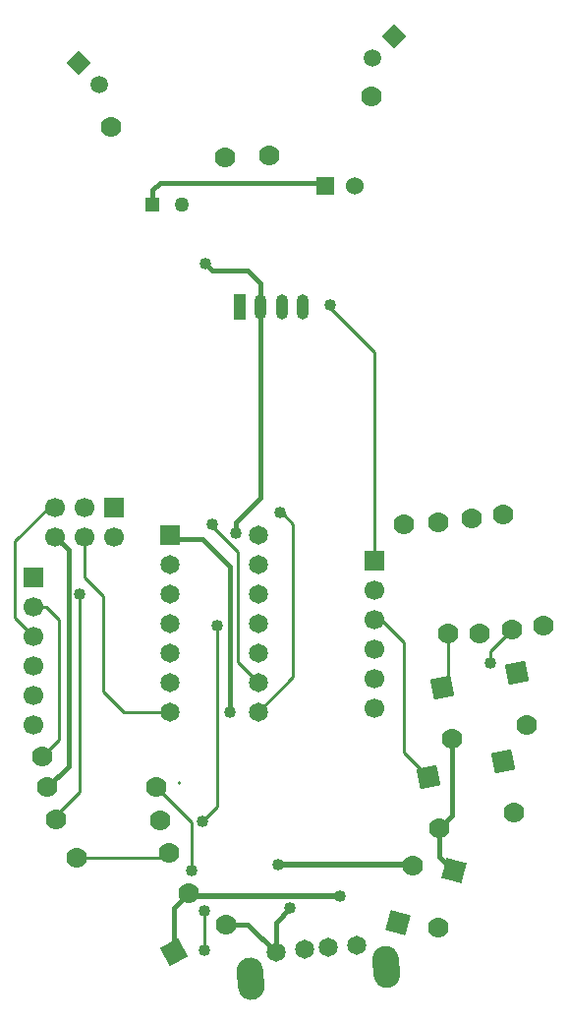
<source format=gbr>
G04 DipTrace 3.3.1.3*
G04 Top.gbr*
%MOIN*%
G04 #@! TF.FileFunction,Copper,L1,Top*
G04 #@! TF.Part,Single*
%AMOUTLINE0*
4,1,4,
0.042866,0.024749,
0.024749,-0.042866,
-0.042866,-0.024749,
-0.024749,0.042866,
0.042866,0.024749,
0*%
%AMOUTLINE3*
4,1,4,
-0.047475,0.014004,
0.014004,0.047475,
0.047475,-0.014004,
-0.014004,-0.047475,
-0.047475,0.014004,
0*%
%AMOUTLINE6*
4,1,4,
-0.042945,-0.02461,
-0.02461,0.042945,
0.042945,0.02461,
0.02461,-0.042945,
-0.042945,-0.02461,
0*%
%AMOUTLINE9*
4,1,4,
0.0,-0.041759,
-0.041759,0.0,
0.0,0.041759,
0.041759,0.0,
0.0,-0.041759,
0*%
%AMOUTLINE12*
4,1,4,
-0.041759,0.0,
0.0,0.041759,
0.041759,0.0,
0.0,-0.041759,
-0.041759,0.0,
0*%
%AMOUTLINE15*
4,1,4,
-0.027776,-0.04097,
-0.04097,0.027776,
0.027776,0.04097,
0.04097,-0.027776,
-0.027776,-0.04097,
0*%
%AMOUTLINE18*
4,1,4,
-0.026971,-0.041504,
-0.041504,0.026971,
0.026971,0.041504,
0.041504,-0.026971,
-0.026971,-0.041504,
0*%
%AMOUTLINE21*
4,1,16,
-0.042584,-0.03111,
-0.036537,-0.050202,
-0.022804,-0.064778,
-0.004106,-0.071954,
0.015853,-0.070306,
0.033119,-0.060161,
0.044276,-0.043529,
0.04711,-0.023703,
0.042584,0.03111,
0.036537,0.050202,
0.022804,0.064778,
0.004106,0.071954,
-0.015853,0.070306,
-0.033119,0.060161,
-0.044276,0.043529,
-0.04711,0.023703,
-0.042584,-0.03111,
0*%
%AMOUTLINE24*
4,1,16,
-0.042626,-0.030612,
-0.036577,-0.049703,
-0.022845,-0.064281,
-0.004147,-0.071455,
0.015811,-0.069807,
0.033079,-0.059663,
0.044235,-0.04303,
0.04707,-0.023206,
0.042626,0.030612,
0.036577,0.049703,
0.022845,0.064281,
0.004147,0.071455,
-0.015811,0.069807,
-0.033079,0.059663,
-0.044235,0.04303,
-0.04707,0.023206,
-0.042626,-0.030612,
0*%
G04 #@! TA.AperFunction,Conductor*
%ADD13C,0.01*%
%ADD14C,0.015*%
%ADD15C,0.02*%
G04 #@! TA.AperFunction,ComponentPad*
%ADD18C,0.07*%
%ADD19C,0.05*%
%ADD20R,0.05X0.05*%
%ADD21C,0.06*%
%ADD22R,0.06X0.06*%
%ADD23O,0.041339X0.085*%
%ADD24R,0.041339X0.085*%
%ADD26C,0.059055*%
%ADD27R,0.066929X0.066929*%
%ADD28C,0.066929*%
%ADD29C,0.07*%
%ADD30R,0.065X0.065*%
%ADD31C,0.065*%
G04 #@! TA.AperFunction,ViaPad*
%ADD35C,0.04*%
G04 #@! TA.AperFunction,ComponentPad*
%ADD89OUTLINE0*%
%ADD92OUTLINE3*%
%ADD95OUTLINE6*%
%ADD98OUTLINE9*%
%ADD101OUTLINE12*%
%ADD104OUTLINE15*%
%ADD107OUTLINE18*%
%ADD110OUTLINE21*%
%ADD113OUTLINE24*%
%FSLAX26Y26*%
G04*
G70*
G90*
G75*
G01*
G04 Top*
%LPD*%
X713393Y2011254D2*
D13*
Y1872784D1*
X775876Y1810301D1*
Y1485335D1*
X844682Y1416529D1*
X1000852D1*
X2089085Y1583368D2*
Y1623428D1*
X2162553Y1696897D1*
X1944419Y1683175D2*
Y1518267D1*
X1926461Y1500309D1*
X1694146Y1728154D2*
X1719567D1*
X1794519Y1653203D1*
Y1280602D1*
X1879864Y1195256D1*
X1163335Y1710312D2*
Y1097876D1*
X1113340Y1047881D1*
X1544545Y2797697D2*
Y2785199D1*
X1694146Y2635598D1*
Y1928154D1*
X1144587Y2054025D2*
X1141462Y2050901D1*
X1232078Y1960285D1*
Y1585304D1*
X1300852Y1516529D1*
X1959859Y1326285D2*
D14*
X1933216Y1326330D1*
X1916650Y1021917D2*
Y927312D1*
X1964326Y879637D1*
X1959859Y1326285D2*
Y1065125D1*
X1916650Y1021917D1*
X1933216Y1038465D2*
X1916650Y1021917D1*
X1000852Y2016529D2*
Y2002461D1*
X1111334D1*
X1204371Y1909424D1*
Y1415973D1*
X1308221Y2791272D2*
Y2868501D1*
X1264536Y2912186D1*
X1145798D1*
X1120801Y2937183D1*
X1308221Y2791272D2*
Y2142667D1*
X1225829Y2060275D1*
Y2022779D1*
X1014981Y602402D2*
Y752894D1*
X1066348Y804263D1*
X1578981Y791469D2*
D15*
X1079142D1*
D13*
X1066348Y804263D1*
X942791Y3136704D2*
D14*
Y3185913D1*
X967032Y3210154D1*
X1517562D1*
X1529321Y3198396D1*
X613393Y2011254D2*
X657138Y1967508D1*
Y1234136D1*
X584951Y1161948D1*
X1360175Y604351D2*
Y702875D1*
X1409746Y752445D1*
X1190634Y698036D2*
X1266490D1*
X1360175Y604351D1*
X997457Y938123D2*
D13*
Y920623D1*
X993397Y924683D1*
X684905D1*
X613852Y1051468D2*
Y1067088D1*
X694634Y1147871D1*
Y1816550D1*
X536956Y1774575D2*
X580376D1*
X625892Y1729060D1*
Y1322794D1*
X569079Y1265981D1*
X955333Y1162020D2*
X1075844Y1041510D1*
Y879149D1*
X1119221Y741502D2*
X1116798D1*
Y610046D1*
X613393Y2111254D2*
X591641D1*
X475907Y1995520D1*
Y1735624D1*
X536956Y1674575D1*
X1369453Y899225D2*
D15*
X1803607D1*
D13*
X1826209Y921827D1*
Y895838D1*
X1033310Y1174868D2*
Y1179117D1*
X1375813Y2091522D2*
Y2085283D1*
X1388301D1*
X1419558Y2054025D1*
Y1535235D1*
X1300852Y1416529D1*
D35*
X2089085Y1583368D3*
X1163335Y1710312D3*
X1113340Y1047881D3*
X1544545Y2797697D3*
X1144587Y2054025D3*
X1204371Y1415973D3*
X1120801Y2937183D3*
X1225829Y2022779D3*
X1578981Y791469D3*
X1409746Y752445D3*
X694634Y1816550D3*
X1075844Y879149D3*
X1119221Y741502D3*
X1116798Y610046D3*
X1369453Y899225D3*
X1375813Y2091522D3*
D18*
X1912562Y686451D3*
D89*
X1964326Y879637D3*
D18*
X1190634Y698036D3*
D92*
X1014981Y602401D3*
D19*
X1042791Y3136704D3*
D20*
X942791D3*
D21*
X1629321Y3198396D3*
D22*
X1529321D3*
D23*
X1452020Y2791260D3*
X1308219D3*
D24*
X1239520D3*
D23*
X1383219D3*
D18*
X1826209Y895838D3*
D95*
X1773826Y702819D3*
D98*
X690183Y3615082D3*
D26*
X760894Y3544371D3*
D101*
X1760280Y3705251D3*
D26*
X1689569Y3634540D3*
D27*
X1694146Y1928154D3*
D28*
Y1828154D3*
Y1728154D3*
Y1628154D3*
Y1528154D3*
Y1428154D3*
D27*
X536956Y1874575D3*
D28*
Y1774575D3*
Y1674575D3*
Y1574575D3*
Y1474575D3*
Y1374575D3*
D27*
X813393Y2111254D3*
D28*
Y2011254D3*
X713393Y2111254D3*
Y2011254D3*
X613393Y2111254D3*
Y2011254D3*
D18*
X1188333Y3297645D3*
D29*
X801962Y3401172D3*
D18*
X1338317Y3303894D3*
D29*
X1684726Y3503894D3*
D18*
X968840Y1049573D3*
D29*
X584951Y1161948D3*
D18*
X1794519Y2054025D3*
D29*
X1944419Y1683175D3*
D18*
X1066348Y804263D3*
D29*
X684905Y924683D3*
D18*
X997456Y938123D3*
D29*
X613852Y1051469D3*
D18*
X955333Y1162020D3*
D29*
X569078Y1265981D3*
D18*
X2131983Y2085272D3*
D29*
X2268792Y1709396D3*
D18*
X2025745Y2072773D3*
D29*
X2162553Y1696897D3*
D18*
X1913256Y2060275D3*
D29*
X2050065Y1684398D3*
D104*
X1926462Y1500309D3*
D18*
X1959860Y1326286D3*
X2211222Y1374544D3*
D104*
X2177874Y1548560D3*
D107*
X1879864Y1195256D3*
D18*
X1916650Y1021918D3*
X2167024Y1075070D3*
D107*
X2130286Y1248402D3*
D30*
X1000852Y2016529D3*
D31*
Y1916529D3*
Y1816529D3*
Y1716529D3*
Y1616529D3*
Y1516529D3*
Y1416529D3*
X1300852D3*
Y1516529D3*
Y1616529D3*
Y1716529D3*
Y1816529D3*
Y1916529D3*
Y2016529D3*
X1458267Y612449D3*
X1536739Y618928D3*
X1634833Y627077D3*
X1360175Y604351D3*
D110*
X1274784Y514368D3*
D113*
X1733823Y552270D3*
M02*

</source>
